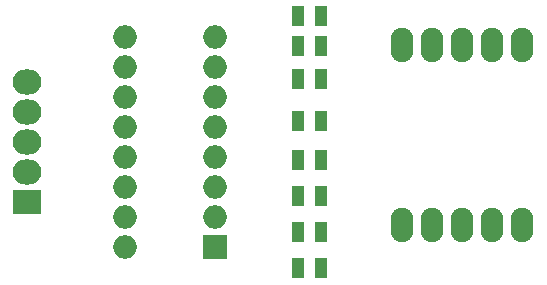
<source format=gts>
G04 #@! TF.GenerationSoftware,KiCad,Pcbnew,(2017-01-24 revision 0b6147e)-makepkg*
G04 #@! TF.CreationDate,2017-01-27T23:50:26+05:30*
G04 #@! TF.ProjectId,7segment,377365676D656E742E6B696361645F70,0.01*
G04 #@! TF.FileFunction,Soldermask,Top*
G04 #@! TF.FilePolarity,Negative*
%FSLAX46Y46*%
G04 Gerber Fmt 4.6, Leading zero omitted, Abs format (unit mm)*
G04 Created by KiCad (PCBNEW (2017-01-24 revision 0b6147e)-makepkg) date 01/27/17 23:50:26*
%MOMM*%
%LPD*%
G01*
G04 APERTURE LIST*
%ADD10C,0.100000*%
%ADD11O,1.924000X2.924000*%
%ADD12O,2.000000X2.000000*%
%ADD13R,2.000000X2.000000*%
%ADD14O,2.432000X2.127200*%
%ADD15R,2.432000X2.127200*%
%ADD16R,1.100000X1.700000*%
G04 APERTURE END LIST*
D10*
D11*
X144780000Y-83185000D03*
X147320000Y-83185000D03*
X149860000Y-83185000D03*
X152400000Y-83185000D03*
X154940000Y-83185000D03*
X154940000Y-98425000D03*
X152400000Y-98425000D03*
X149860000Y-98425000D03*
X147320000Y-98425000D03*
X144780000Y-98425000D03*
D12*
X121285000Y-100330000D03*
X128905000Y-82550000D03*
X121285000Y-97790000D03*
X128905000Y-85090000D03*
X121285000Y-95250000D03*
X128905000Y-87630000D03*
X121285000Y-92710000D03*
X128905000Y-90170000D03*
X121285000Y-90170000D03*
X128905000Y-92710000D03*
X121285000Y-87630000D03*
X128905000Y-95250000D03*
X121285000Y-85090000D03*
X128905000Y-97790000D03*
X121285000Y-82550000D03*
D13*
X128905000Y-100330000D03*
D14*
X113030000Y-86360000D03*
X113030000Y-88900000D03*
X113030000Y-91440000D03*
X113030000Y-93980000D03*
D15*
X113030000Y-96520000D03*
D16*
X137856000Y-80772000D03*
X135956000Y-80772000D03*
X135956000Y-83312000D03*
X137856000Y-83312000D03*
X137856000Y-86106000D03*
X135956000Y-86106000D03*
X135956000Y-89662000D03*
X137856000Y-89662000D03*
X137856000Y-92964000D03*
X135956000Y-92964000D03*
X135956000Y-96012000D03*
X137856000Y-96012000D03*
X137856000Y-99060000D03*
X135956000Y-99060000D03*
X135956000Y-102108000D03*
X137856000Y-102108000D03*
M02*

</source>
